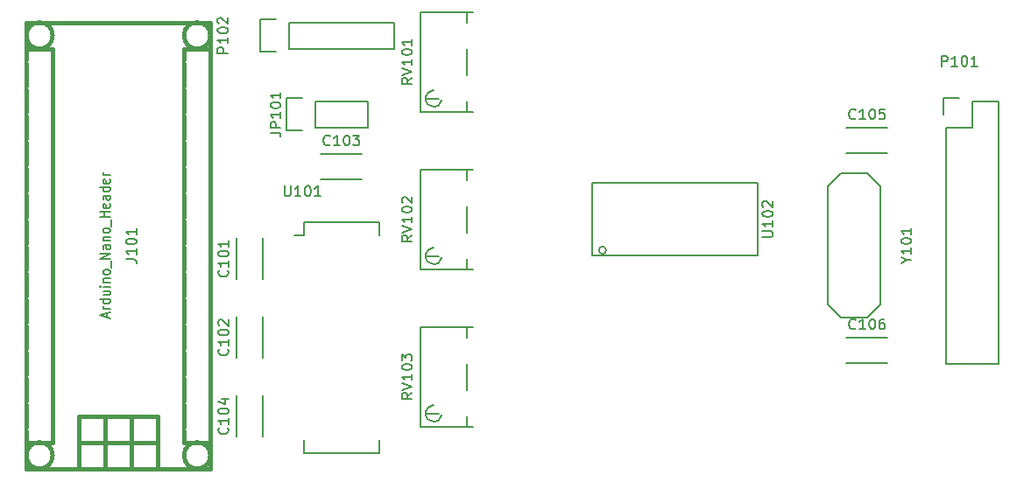
<source format=gto>
G04 #@! TF.FileFunction,Legend,Top*
%FSLAX46Y46*%
G04 Gerber Fmt 4.6, Leading zero omitted, Abs format (unit mm)*
G04 Created by KiCad (PCBNEW 4.0.5) date 12/27/16 23:39:24*
%MOMM*%
%LPD*%
G01*
G04 APERTURE LIST*
%ADD10C,0.100000*%
%ADD11C,0.150000*%
%ADD12C,0.381000*%
%ADD13C,0.203200*%
%ADD14R,1.200000X1.200000*%
%ADD15C,1.200000*%
%ADD16O,2.199640X1.524000*%
%ADD17O,2.197100X1.524000*%
%ADD18R,1.727200X2.032000*%
%ADD19O,1.727200X2.032000*%
%ADD20R,1.727200X1.727200*%
%ADD21O,1.727200X1.727200*%
%ADD22C,1.524000*%
%ADD23O,1.600000X1.600000*%
%ADD24R,0.550000X1.925000*%
%ADD25C,1.778000*%
G04 APERTURE END LIST*
D10*
D11*
X72410000Y-69330000D02*
X72410000Y-65330000D01*
X74910000Y-69330000D02*
X74910000Y-65330000D01*
X72410000Y-76950000D02*
X72410000Y-72950000D01*
X74910000Y-76950000D02*
X74910000Y-72950000D01*
X80530000Y-57170000D02*
X84530000Y-57170000D01*
X80530000Y-59670000D02*
X84530000Y-59670000D01*
X72410000Y-84570000D02*
X72410000Y-80570000D01*
X74910000Y-84570000D02*
X74910000Y-80570000D01*
X131330000Y-54630000D02*
X135330000Y-54630000D01*
X131330000Y-57130000D02*
X135330000Y-57130000D01*
X131330000Y-74950000D02*
X135330000Y-74950000D01*
X131330000Y-77450000D02*
X135330000Y-77450000D01*
D12*
X59690000Y-82550000D02*
X59690000Y-87630000D01*
X62230000Y-82550000D02*
X62230000Y-87630000D01*
X57150000Y-85090000D02*
X64770000Y-85090000D01*
X57150000Y-87630000D02*
X57150000Y-82550000D01*
X57150000Y-82550000D02*
X64770000Y-82550000D01*
X64770000Y-82550000D02*
X64770000Y-87630000D01*
X52070000Y-44450000D02*
X52070000Y-87630000D01*
X69850000Y-87630000D02*
X69850000Y-44450000D01*
X69850000Y-87630000D02*
X52070000Y-87630000D01*
X69850000Y-44450000D02*
X52070000Y-44450000D01*
X54610000Y-86360000D02*
G75*
G03X54610000Y-86360000I-1270000J0D01*
G01*
X69850000Y-86360000D02*
G75*
G03X69850000Y-86360000I-1270000J0D01*
G01*
X54610000Y-45720000D02*
G75*
G03X54610000Y-45720000I-1270000J0D01*
G01*
X69850000Y-45720000D02*
G75*
G03X69850000Y-45720000I-1270000J0D01*
G01*
X54610000Y-46990000D02*
X54610000Y-85090000D01*
X67310000Y-85090000D02*
X67310000Y-46990000D01*
X69850000Y-46990000D02*
X67310000Y-46990000D01*
X54610000Y-46990000D02*
X52070000Y-46990000D01*
X52070000Y-85090000D02*
X54610000Y-85090000D01*
X69850000Y-85090000D02*
X67310000Y-85090000D01*
D11*
X80010000Y-54610000D02*
X85090000Y-54610000D01*
X85090000Y-54610000D02*
X85090000Y-52070000D01*
X85090000Y-52070000D02*
X80010000Y-52070000D01*
X77190000Y-51790000D02*
X78740000Y-51790000D01*
X80010000Y-52070000D02*
X80010000Y-54610000D01*
X78740000Y-54890000D02*
X77190000Y-54890000D01*
X77190000Y-54890000D02*
X77190000Y-51790000D01*
X146050000Y-77470000D02*
X146050000Y-52070000D01*
X140970000Y-54610000D02*
X140970000Y-77470000D01*
X146050000Y-77470000D02*
X140970000Y-77470000D01*
X146050000Y-52070000D02*
X143510000Y-52070000D01*
X142240000Y-51790000D02*
X140690000Y-51790000D01*
X143510000Y-52070000D02*
X143510000Y-54610000D01*
X143510000Y-54610000D02*
X140970000Y-54610000D01*
X140690000Y-51790000D02*
X140690000Y-53340000D01*
X76200000Y-47270000D02*
X74650000Y-47270000D01*
X74650000Y-47270000D02*
X74650000Y-44170000D01*
X74650000Y-44170000D02*
X76200000Y-44170000D01*
X77470000Y-44450000D02*
X87630000Y-44450000D01*
X87630000Y-44450000D02*
X87630000Y-46990000D01*
X87630000Y-46990000D02*
X77470000Y-46990000D01*
X77470000Y-44450000D02*
X77470000Y-46990000D01*
X94615000Y-52070000D02*
X94615000Y-53086000D01*
X94615000Y-46990000D02*
X94615000Y-49530000D01*
X94615000Y-43434000D02*
X94615000Y-44450000D01*
X90678000Y-51816000D02*
X91948000Y-51816000D01*
X91427300Y-51028600D02*
X91173300Y-51066700D01*
X91173300Y-51066700D02*
X90893900Y-51244500D01*
X90893900Y-51244500D02*
X90678000Y-51562000D01*
X90678000Y-51562000D02*
X90665300Y-52006500D01*
X90665300Y-52006500D02*
X90868500Y-52362100D01*
X90868500Y-52362100D02*
X91160600Y-52539900D01*
X91160600Y-52539900D02*
X91478100Y-52590700D01*
X91478100Y-52590700D02*
X91884500Y-52489100D01*
X91884500Y-52489100D02*
X92138500Y-52146200D01*
X92138500Y-52146200D02*
X92227400Y-51968400D01*
X91440000Y-53086000D02*
X90170000Y-53086000D01*
X90170000Y-53086000D02*
X90170000Y-43434000D01*
X90170000Y-43434000D02*
X95250000Y-43434000D01*
X95250000Y-53086000D02*
X92710000Y-53086000D01*
X92710000Y-53086000D02*
X91440000Y-53086000D01*
X94615000Y-67310000D02*
X94615000Y-68326000D01*
X94615000Y-62230000D02*
X94615000Y-64770000D01*
X94615000Y-58674000D02*
X94615000Y-59690000D01*
X90678000Y-67056000D02*
X91948000Y-67056000D01*
X91427300Y-66268600D02*
X91173300Y-66306700D01*
X91173300Y-66306700D02*
X90893900Y-66484500D01*
X90893900Y-66484500D02*
X90678000Y-66802000D01*
X90678000Y-66802000D02*
X90665300Y-67246500D01*
X90665300Y-67246500D02*
X90868500Y-67602100D01*
X90868500Y-67602100D02*
X91160600Y-67779900D01*
X91160600Y-67779900D02*
X91478100Y-67830700D01*
X91478100Y-67830700D02*
X91884500Y-67729100D01*
X91884500Y-67729100D02*
X92138500Y-67386200D01*
X92138500Y-67386200D02*
X92227400Y-67208400D01*
X91440000Y-68326000D02*
X90170000Y-68326000D01*
X90170000Y-68326000D02*
X90170000Y-58674000D01*
X90170000Y-58674000D02*
X95250000Y-58674000D01*
X95250000Y-68326000D02*
X92710000Y-68326000D01*
X92710000Y-68326000D02*
X91440000Y-68326000D01*
X94615000Y-82550000D02*
X94615000Y-83566000D01*
X94615000Y-77470000D02*
X94615000Y-80010000D01*
X94615000Y-73914000D02*
X94615000Y-74930000D01*
X90678000Y-82296000D02*
X91948000Y-82296000D01*
X91427300Y-81508600D02*
X91173300Y-81546700D01*
X91173300Y-81546700D02*
X90893900Y-81724500D01*
X90893900Y-81724500D02*
X90678000Y-82042000D01*
X90678000Y-82042000D02*
X90665300Y-82486500D01*
X90665300Y-82486500D02*
X90868500Y-82842100D01*
X90868500Y-82842100D02*
X91160600Y-83019900D01*
X91160600Y-83019900D02*
X91478100Y-83070700D01*
X91478100Y-83070700D02*
X91884500Y-82969100D01*
X91884500Y-82969100D02*
X92138500Y-82626200D01*
X92138500Y-82626200D02*
X92227400Y-82448400D01*
X91440000Y-83566000D02*
X90170000Y-83566000D01*
X90170000Y-83566000D02*
X90170000Y-73914000D01*
X90170000Y-73914000D02*
X95250000Y-73914000D01*
X95250000Y-83566000D02*
X92710000Y-83566000D01*
X92710000Y-83566000D02*
X91440000Y-83566000D01*
X78875000Y-63745000D02*
X78875000Y-65015000D01*
X86225000Y-63745000D02*
X86225000Y-65015000D01*
X86225000Y-86115000D02*
X86225000Y-84845000D01*
X78875000Y-86115000D02*
X78875000Y-84845000D01*
X78875000Y-63745000D02*
X86225000Y-63745000D01*
X78875000Y-86115000D02*
X86225000Y-86115000D01*
X78875000Y-65015000D02*
X77940000Y-65015000D01*
X108113553Y-66500000D02*
G75*
G03X108113553Y-66500000I-353553J0D01*
G01*
X122260000Y-60000000D02*
X122760000Y-60000000D01*
X122760000Y-60000000D02*
X122760000Y-67000000D01*
X122760000Y-67000000D02*
X106760000Y-67000000D01*
X106760000Y-67000000D02*
X106760000Y-60000000D01*
X106760000Y-60000000D02*
X122260000Y-60000000D01*
X133350000Y-59055000D02*
X134620000Y-60325000D01*
X134620000Y-71755000D02*
X133350000Y-73025000D01*
X130810000Y-73025000D02*
X129540000Y-71755000D01*
X130810000Y-59055000D02*
X129540000Y-60325000D01*
X134620000Y-60325000D02*
X134620000Y-71755000D01*
X133350000Y-59055000D02*
X130810000Y-59055000D01*
X129540000Y-60325000D02*
X129540000Y-71755000D01*
X130810000Y-73025000D02*
X133350000Y-73025000D01*
X71517143Y-68449047D02*
X71564762Y-68496666D01*
X71612381Y-68639523D01*
X71612381Y-68734761D01*
X71564762Y-68877619D01*
X71469524Y-68972857D01*
X71374286Y-69020476D01*
X71183810Y-69068095D01*
X71040952Y-69068095D01*
X70850476Y-69020476D01*
X70755238Y-68972857D01*
X70660000Y-68877619D01*
X70612381Y-68734761D01*
X70612381Y-68639523D01*
X70660000Y-68496666D01*
X70707619Y-68449047D01*
X71612381Y-67496666D02*
X71612381Y-68068095D01*
X71612381Y-67782381D02*
X70612381Y-67782381D01*
X70755238Y-67877619D01*
X70850476Y-67972857D01*
X70898095Y-68068095D01*
X70612381Y-66877619D02*
X70612381Y-66782380D01*
X70660000Y-66687142D01*
X70707619Y-66639523D01*
X70802857Y-66591904D01*
X70993333Y-66544285D01*
X71231429Y-66544285D01*
X71421905Y-66591904D01*
X71517143Y-66639523D01*
X71564762Y-66687142D01*
X71612381Y-66782380D01*
X71612381Y-66877619D01*
X71564762Y-66972857D01*
X71517143Y-67020476D01*
X71421905Y-67068095D01*
X71231429Y-67115714D01*
X70993333Y-67115714D01*
X70802857Y-67068095D01*
X70707619Y-67020476D01*
X70660000Y-66972857D01*
X70612381Y-66877619D01*
X71612381Y-65591904D02*
X71612381Y-66163333D01*
X71612381Y-65877619D02*
X70612381Y-65877619D01*
X70755238Y-65972857D01*
X70850476Y-66068095D01*
X70898095Y-66163333D01*
X71517143Y-76069047D02*
X71564762Y-76116666D01*
X71612381Y-76259523D01*
X71612381Y-76354761D01*
X71564762Y-76497619D01*
X71469524Y-76592857D01*
X71374286Y-76640476D01*
X71183810Y-76688095D01*
X71040952Y-76688095D01*
X70850476Y-76640476D01*
X70755238Y-76592857D01*
X70660000Y-76497619D01*
X70612381Y-76354761D01*
X70612381Y-76259523D01*
X70660000Y-76116666D01*
X70707619Y-76069047D01*
X71612381Y-75116666D02*
X71612381Y-75688095D01*
X71612381Y-75402381D02*
X70612381Y-75402381D01*
X70755238Y-75497619D01*
X70850476Y-75592857D01*
X70898095Y-75688095D01*
X70612381Y-74497619D02*
X70612381Y-74402380D01*
X70660000Y-74307142D01*
X70707619Y-74259523D01*
X70802857Y-74211904D01*
X70993333Y-74164285D01*
X71231429Y-74164285D01*
X71421905Y-74211904D01*
X71517143Y-74259523D01*
X71564762Y-74307142D01*
X71612381Y-74402380D01*
X71612381Y-74497619D01*
X71564762Y-74592857D01*
X71517143Y-74640476D01*
X71421905Y-74688095D01*
X71231429Y-74735714D01*
X70993333Y-74735714D01*
X70802857Y-74688095D01*
X70707619Y-74640476D01*
X70660000Y-74592857D01*
X70612381Y-74497619D01*
X70707619Y-73783333D02*
X70660000Y-73735714D01*
X70612381Y-73640476D01*
X70612381Y-73402380D01*
X70660000Y-73307142D01*
X70707619Y-73259523D01*
X70802857Y-73211904D01*
X70898095Y-73211904D01*
X71040952Y-73259523D01*
X71612381Y-73830952D01*
X71612381Y-73211904D01*
X81410953Y-56277143D02*
X81363334Y-56324762D01*
X81220477Y-56372381D01*
X81125239Y-56372381D01*
X80982381Y-56324762D01*
X80887143Y-56229524D01*
X80839524Y-56134286D01*
X80791905Y-55943810D01*
X80791905Y-55800952D01*
X80839524Y-55610476D01*
X80887143Y-55515238D01*
X80982381Y-55420000D01*
X81125239Y-55372381D01*
X81220477Y-55372381D01*
X81363334Y-55420000D01*
X81410953Y-55467619D01*
X82363334Y-56372381D02*
X81791905Y-56372381D01*
X82077619Y-56372381D02*
X82077619Y-55372381D01*
X81982381Y-55515238D01*
X81887143Y-55610476D01*
X81791905Y-55658095D01*
X82982381Y-55372381D02*
X83077620Y-55372381D01*
X83172858Y-55420000D01*
X83220477Y-55467619D01*
X83268096Y-55562857D01*
X83315715Y-55753333D01*
X83315715Y-55991429D01*
X83268096Y-56181905D01*
X83220477Y-56277143D01*
X83172858Y-56324762D01*
X83077620Y-56372381D01*
X82982381Y-56372381D01*
X82887143Y-56324762D01*
X82839524Y-56277143D01*
X82791905Y-56181905D01*
X82744286Y-55991429D01*
X82744286Y-55753333D01*
X82791905Y-55562857D01*
X82839524Y-55467619D01*
X82887143Y-55420000D01*
X82982381Y-55372381D01*
X83649048Y-55372381D02*
X84268096Y-55372381D01*
X83934762Y-55753333D01*
X84077620Y-55753333D01*
X84172858Y-55800952D01*
X84220477Y-55848571D01*
X84268096Y-55943810D01*
X84268096Y-56181905D01*
X84220477Y-56277143D01*
X84172858Y-56324762D01*
X84077620Y-56372381D01*
X83791905Y-56372381D01*
X83696667Y-56324762D01*
X83649048Y-56277143D01*
X71517143Y-83689047D02*
X71564762Y-83736666D01*
X71612381Y-83879523D01*
X71612381Y-83974761D01*
X71564762Y-84117619D01*
X71469524Y-84212857D01*
X71374286Y-84260476D01*
X71183810Y-84308095D01*
X71040952Y-84308095D01*
X70850476Y-84260476D01*
X70755238Y-84212857D01*
X70660000Y-84117619D01*
X70612381Y-83974761D01*
X70612381Y-83879523D01*
X70660000Y-83736666D01*
X70707619Y-83689047D01*
X71612381Y-82736666D02*
X71612381Y-83308095D01*
X71612381Y-83022381D02*
X70612381Y-83022381D01*
X70755238Y-83117619D01*
X70850476Y-83212857D01*
X70898095Y-83308095D01*
X70612381Y-82117619D02*
X70612381Y-82022380D01*
X70660000Y-81927142D01*
X70707619Y-81879523D01*
X70802857Y-81831904D01*
X70993333Y-81784285D01*
X71231429Y-81784285D01*
X71421905Y-81831904D01*
X71517143Y-81879523D01*
X71564762Y-81927142D01*
X71612381Y-82022380D01*
X71612381Y-82117619D01*
X71564762Y-82212857D01*
X71517143Y-82260476D01*
X71421905Y-82308095D01*
X71231429Y-82355714D01*
X70993333Y-82355714D01*
X70802857Y-82308095D01*
X70707619Y-82260476D01*
X70660000Y-82212857D01*
X70612381Y-82117619D01*
X70945714Y-80927142D02*
X71612381Y-80927142D01*
X70564762Y-81165238D02*
X71279048Y-81403333D01*
X71279048Y-80784285D01*
X132210953Y-53737143D02*
X132163334Y-53784762D01*
X132020477Y-53832381D01*
X131925239Y-53832381D01*
X131782381Y-53784762D01*
X131687143Y-53689524D01*
X131639524Y-53594286D01*
X131591905Y-53403810D01*
X131591905Y-53260952D01*
X131639524Y-53070476D01*
X131687143Y-52975238D01*
X131782381Y-52880000D01*
X131925239Y-52832381D01*
X132020477Y-52832381D01*
X132163334Y-52880000D01*
X132210953Y-52927619D01*
X133163334Y-53832381D02*
X132591905Y-53832381D01*
X132877619Y-53832381D02*
X132877619Y-52832381D01*
X132782381Y-52975238D01*
X132687143Y-53070476D01*
X132591905Y-53118095D01*
X133782381Y-52832381D02*
X133877620Y-52832381D01*
X133972858Y-52880000D01*
X134020477Y-52927619D01*
X134068096Y-53022857D01*
X134115715Y-53213333D01*
X134115715Y-53451429D01*
X134068096Y-53641905D01*
X134020477Y-53737143D01*
X133972858Y-53784762D01*
X133877620Y-53832381D01*
X133782381Y-53832381D01*
X133687143Y-53784762D01*
X133639524Y-53737143D01*
X133591905Y-53641905D01*
X133544286Y-53451429D01*
X133544286Y-53213333D01*
X133591905Y-53022857D01*
X133639524Y-52927619D01*
X133687143Y-52880000D01*
X133782381Y-52832381D01*
X135020477Y-52832381D02*
X134544286Y-52832381D01*
X134496667Y-53308571D01*
X134544286Y-53260952D01*
X134639524Y-53213333D01*
X134877620Y-53213333D01*
X134972858Y-53260952D01*
X135020477Y-53308571D01*
X135068096Y-53403810D01*
X135068096Y-53641905D01*
X135020477Y-53737143D01*
X134972858Y-53784762D01*
X134877620Y-53832381D01*
X134639524Y-53832381D01*
X134544286Y-53784762D01*
X134496667Y-53737143D01*
X132210953Y-74057143D02*
X132163334Y-74104762D01*
X132020477Y-74152381D01*
X131925239Y-74152381D01*
X131782381Y-74104762D01*
X131687143Y-74009524D01*
X131639524Y-73914286D01*
X131591905Y-73723810D01*
X131591905Y-73580952D01*
X131639524Y-73390476D01*
X131687143Y-73295238D01*
X131782381Y-73200000D01*
X131925239Y-73152381D01*
X132020477Y-73152381D01*
X132163334Y-73200000D01*
X132210953Y-73247619D01*
X133163334Y-74152381D02*
X132591905Y-74152381D01*
X132877619Y-74152381D02*
X132877619Y-73152381D01*
X132782381Y-73295238D01*
X132687143Y-73390476D01*
X132591905Y-73438095D01*
X133782381Y-73152381D02*
X133877620Y-73152381D01*
X133972858Y-73200000D01*
X134020477Y-73247619D01*
X134068096Y-73342857D01*
X134115715Y-73533333D01*
X134115715Y-73771429D01*
X134068096Y-73961905D01*
X134020477Y-74057143D01*
X133972858Y-74104762D01*
X133877620Y-74152381D01*
X133782381Y-74152381D01*
X133687143Y-74104762D01*
X133639524Y-74057143D01*
X133591905Y-73961905D01*
X133544286Y-73771429D01*
X133544286Y-73533333D01*
X133591905Y-73342857D01*
X133639524Y-73247619D01*
X133687143Y-73200000D01*
X133782381Y-73152381D01*
X134972858Y-73152381D02*
X134782381Y-73152381D01*
X134687143Y-73200000D01*
X134639524Y-73247619D01*
X134544286Y-73390476D01*
X134496667Y-73580952D01*
X134496667Y-73961905D01*
X134544286Y-74057143D01*
X134591905Y-74104762D01*
X134687143Y-74152381D01*
X134877620Y-74152381D01*
X134972858Y-74104762D01*
X135020477Y-74057143D01*
X135068096Y-73961905D01*
X135068096Y-73723810D01*
X135020477Y-73628571D01*
X134972858Y-73580952D01*
X134877620Y-73533333D01*
X134687143Y-73533333D01*
X134591905Y-73580952D01*
X134544286Y-73628571D01*
X134496667Y-73723810D01*
D13*
X61673619Y-67346286D02*
X62399333Y-67346286D01*
X62544476Y-67394666D01*
X62641238Y-67491428D01*
X62689619Y-67636571D01*
X62689619Y-67733333D01*
X62689619Y-66330286D02*
X62689619Y-66910857D01*
X62689619Y-66620571D02*
X61673619Y-66620571D01*
X61818762Y-66717333D01*
X61915524Y-66814095D01*
X61963905Y-66910857D01*
X61673619Y-65701333D02*
X61673619Y-65604572D01*
X61722000Y-65507810D01*
X61770381Y-65459429D01*
X61867143Y-65411048D01*
X62060667Y-65362667D01*
X62302571Y-65362667D01*
X62496095Y-65411048D01*
X62592857Y-65459429D01*
X62641238Y-65507810D01*
X62689619Y-65604572D01*
X62689619Y-65701333D01*
X62641238Y-65798095D01*
X62592857Y-65846476D01*
X62496095Y-65894857D01*
X62302571Y-65943238D01*
X62060667Y-65943238D01*
X61867143Y-65894857D01*
X61770381Y-65846476D01*
X61722000Y-65798095D01*
X61673619Y-65701333D01*
X62689619Y-64395048D02*
X62689619Y-64975619D01*
X62689619Y-64685333D02*
X61673619Y-64685333D01*
X61818762Y-64782095D01*
X61915524Y-64878857D01*
X61963905Y-64975619D01*
X59859333Y-73003831D02*
X59859333Y-72580497D01*
X60149619Y-73088497D02*
X59133619Y-72792164D01*
X60149619Y-72495831D01*
X60149619Y-72199497D02*
X59472286Y-72199497D01*
X59665810Y-72199497D02*
X59569048Y-72157164D01*
X59520667Y-72114831D01*
X59472286Y-72030164D01*
X59472286Y-71945497D01*
X60149619Y-71268164D02*
X59133619Y-71268164D01*
X60101238Y-71268164D02*
X60149619Y-71352831D01*
X60149619Y-71522164D01*
X60101238Y-71606831D01*
X60052857Y-71649164D01*
X59956095Y-71691498D01*
X59665810Y-71691498D01*
X59569048Y-71649164D01*
X59520667Y-71606831D01*
X59472286Y-71522164D01*
X59472286Y-71352831D01*
X59520667Y-71268164D01*
X59472286Y-70463831D02*
X60149619Y-70463831D01*
X59472286Y-70844831D02*
X60004476Y-70844831D01*
X60101238Y-70802498D01*
X60149619Y-70717831D01*
X60149619Y-70590831D01*
X60101238Y-70506165D01*
X60052857Y-70463831D01*
X60149619Y-70040498D02*
X59472286Y-70040498D01*
X59133619Y-70040498D02*
X59182000Y-70082832D01*
X59230381Y-70040498D01*
X59182000Y-69998165D01*
X59133619Y-70040498D01*
X59230381Y-70040498D01*
X59472286Y-69617165D02*
X60149619Y-69617165D01*
X59569048Y-69617165D02*
X59520667Y-69574832D01*
X59472286Y-69490165D01*
X59472286Y-69363165D01*
X59520667Y-69278499D01*
X59617429Y-69236165D01*
X60149619Y-69236165D01*
X60149619Y-68685832D02*
X60101238Y-68770499D01*
X60052857Y-68812832D01*
X59956095Y-68855166D01*
X59665810Y-68855166D01*
X59569048Y-68812832D01*
X59520667Y-68770499D01*
X59472286Y-68685832D01*
X59472286Y-68558832D01*
X59520667Y-68474166D01*
X59569048Y-68431832D01*
X59665810Y-68389499D01*
X59956095Y-68389499D01*
X60052857Y-68431832D01*
X60101238Y-68474166D01*
X60149619Y-68558832D01*
X60149619Y-68685832D01*
X60246381Y-68220166D02*
X60246381Y-67542833D01*
X60149619Y-67331166D02*
X59133619Y-67331166D01*
X60149619Y-66823166D01*
X59133619Y-66823166D01*
X60149619Y-66018833D02*
X59617429Y-66018833D01*
X59520667Y-66061167D01*
X59472286Y-66145833D01*
X59472286Y-66315167D01*
X59520667Y-66399833D01*
X60101238Y-66018833D02*
X60149619Y-66103500D01*
X60149619Y-66315167D01*
X60101238Y-66399833D01*
X60004476Y-66442167D01*
X59907714Y-66442167D01*
X59810952Y-66399833D01*
X59762571Y-66315167D01*
X59762571Y-66103500D01*
X59714190Y-66018833D01*
X59472286Y-65595500D02*
X60149619Y-65595500D01*
X59569048Y-65595500D02*
X59520667Y-65553167D01*
X59472286Y-65468500D01*
X59472286Y-65341500D01*
X59520667Y-65256834D01*
X59617429Y-65214500D01*
X60149619Y-65214500D01*
X60149619Y-64664167D02*
X60101238Y-64748834D01*
X60052857Y-64791167D01*
X59956095Y-64833501D01*
X59665810Y-64833501D01*
X59569048Y-64791167D01*
X59520667Y-64748834D01*
X59472286Y-64664167D01*
X59472286Y-64537167D01*
X59520667Y-64452501D01*
X59569048Y-64410167D01*
X59665810Y-64367834D01*
X59956095Y-64367834D01*
X60052857Y-64410167D01*
X60101238Y-64452501D01*
X60149619Y-64537167D01*
X60149619Y-64664167D01*
X60246381Y-64198501D02*
X60246381Y-63521168D01*
X60149619Y-63309501D02*
X59133619Y-63309501D01*
X59617429Y-63309501D02*
X59617429Y-62801501D01*
X60149619Y-62801501D02*
X59133619Y-62801501D01*
X60101238Y-62039502D02*
X60149619Y-62124168D01*
X60149619Y-62293502D01*
X60101238Y-62378168D01*
X60004476Y-62420502D01*
X59617429Y-62420502D01*
X59520667Y-62378168D01*
X59472286Y-62293502D01*
X59472286Y-62124168D01*
X59520667Y-62039502D01*
X59617429Y-61997168D01*
X59714190Y-61997168D01*
X59810952Y-62420502D01*
X60149619Y-61235168D02*
X59617429Y-61235168D01*
X59520667Y-61277502D01*
X59472286Y-61362168D01*
X59472286Y-61531502D01*
X59520667Y-61616168D01*
X60101238Y-61235168D02*
X60149619Y-61319835D01*
X60149619Y-61531502D01*
X60101238Y-61616168D01*
X60004476Y-61658502D01*
X59907714Y-61658502D01*
X59810952Y-61616168D01*
X59762571Y-61531502D01*
X59762571Y-61319835D01*
X59714190Y-61235168D01*
X60149619Y-60430835D02*
X59133619Y-60430835D01*
X60101238Y-60430835D02*
X60149619Y-60515502D01*
X60149619Y-60684835D01*
X60101238Y-60769502D01*
X60052857Y-60811835D01*
X59956095Y-60854169D01*
X59665810Y-60854169D01*
X59569048Y-60811835D01*
X59520667Y-60769502D01*
X59472286Y-60684835D01*
X59472286Y-60515502D01*
X59520667Y-60430835D01*
X60101238Y-59668836D02*
X60149619Y-59753502D01*
X60149619Y-59922836D01*
X60101238Y-60007502D01*
X60004476Y-60049836D01*
X59617429Y-60049836D01*
X59520667Y-60007502D01*
X59472286Y-59922836D01*
X59472286Y-59753502D01*
X59520667Y-59668836D01*
X59617429Y-59626502D01*
X59714190Y-59626502D01*
X59810952Y-60049836D01*
X60149619Y-59245502D02*
X59472286Y-59245502D01*
X59665810Y-59245502D02*
X59569048Y-59203169D01*
X59520667Y-59160836D01*
X59472286Y-59076169D01*
X59472286Y-58991502D01*
D11*
X75652381Y-55125714D02*
X76366667Y-55125714D01*
X76509524Y-55173334D01*
X76604762Y-55268572D01*
X76652381Y-55411429D01*
X76652381Y-55506667D01*
X76652381Y-54649524D02*
X75652381Y-54649524D01*
X75652381Y-54268571D01*
X75700000Y-54173333D01*
X75747619Y-54125714D01*
X75842857Y-54078095D01*
X75985714Y-54078095D01*
X76080952Y-54125714D01*
X76128571Y-54173333D01*
X76176190Y-54268571D01*
X76176190Y-54649524D01*
X76652381Y-53125714D02*
X76652381Y-53697143D01*
X76652381Y-53411429D02*
X75652381Y-53411429D01*
X75795238Y-53506667D01*
X75890476Y-53601905D01*
X75938095Y-53697143D01*
X75652381Y-52506667D02*
X75652381Y-52411428D01*
X75700000Y-52316190D01*
X75747619Y-52268571D01*
X75842857Y-52220952D01*
X76033333Y-52173333D01*
X76271429Y-52173333D01*
X76461905Y-52220952D01*
X76557143Y-52268571D01*
X76604762Y-52316190D01*
X76652381Y-52411428D01*
X76652381Y-52506667D01*
X76604762Y-52601905D01*
X76557143Y-52649524D01*
X76461905Y-52697143D01*
X76271429Y-52744762D01*
X76033333Y-52744762D01*
X75842857Y-52697143D01*
X75747619Y-52649524D01*
X75700000Y-52601905D01*
X75652381Y-52506667D01*
X76652381Y-51220952D02*
X76652381Y-51792381D01*
X76652381Y-51506667D02*
X75652381Y-51506667D01*
X75795238Y-51601905D01*
X75890476Y-51697143D01*
X75938095Y-51792381D01*
X140549524Y-48692381D02*
X140549524Y-47692381D01*
X140930477Y-47692381D01*
X141025715Y-47740000D01*
X141073334Y-47787619D01*
X141120953Y-47882857D01*
X141120953Y-48025714D01*
X141073334Y-48120952D01*
X141025715Y-48168571D01*
X140930477Y-48216190D01*
X140549524Y-48216190D01*
X142073334Y-48692381D02*
X141501905Y-48692381D01*
X141787619Y-48692381D02*
X141787619Y-47692381D01*
X141692381Y-47835238D01*
X141597143Y-47930476D01*
X141501905Y-47978095D01*
X142692381Y-47692381D02*
X142787620Y-47692381D01*
X142882858Y-47740000D01*
X142930477Y-47787619D01*
X142978096Y-47882857D01*
X143025715Y-48073333D01*
X143025715Y-48311429D01*
X142978096Y-48501905D01*
X142930477Y-48597143D01*
X142882858Y-48644762D01*
X142787620Y-48692381D01*
X142692381Y-48692381D01*
X142597143Y-48644762D01*
X142549524Y-48597143D01*
X142501905Y-48501905D01*
X142454286Y-48311429D01*
X142454286Y-48073333D01*
X142501905Y-47882857D01*
X142549524Y-47787619D01*
X142597143Y-47740000D01*
X142692381Y-47692381D01*
X143978096Y-48692381D02*
X143406667Y-48692381D01*
X143692381Y-48692381D02*
X143692381Y-47692381D01*
X143597143Y-47835238D01*
X143501905Y-47930476D01*
X143406667Y-47978095D01*
X71552381Y-47410476D02*
X70552381Y-47410476D01*
X70552381Y-47029523D01*
X70600000Y-46934285D01*
X70647619Y-46886666D01*
X70742857Y-46839047D01*
X70885714Y-46839047D01*
X70980952Y-46886666D01*
X71028571Y-46934285D01*
X71076190Y-47029523D01*
X71076190Y-47410476D01*
X71552381Y-45886666D02*
X71552381Y-46458095D01*
X71552381Y-46172381D02*
X70552381Y-46172381D01*
X70695238Y-46267619D01*
X70790476Y-46362857D01*
X70838095Y-46458095D01*
X70552381Y-45267619D02*
X70552381Y-45172380D01*
X70600000Y-45077142D01*
X70647619Y-45029523D01*
X70742857Y-44981904D01*
X70933333Y-44934285D01*
X71171429Y-44934285D01*
X71361905Y-44981904D01*
X71457143Y-45029523D01*
X71504762Y-45077142D01*
X71552381Y-45172380D01*
X71552381Y-45267619D01*
X71504762Y-45362857D01*
X71457143Y-45410476D01*
X71361905Y-45458095D01*
X71171429Y-45505714D01*
X70933333Y-45505714D01*
X70742857Y-45458095D01*
X70647619Y-45410476D01*
X70600000Y-45362857D01*
X70552381Y-45267619D01*
X70647619Y-44553333D02*
X70600000Y-44505714D01*
X70552381Y-44410476D01*
X70552381Y-44172380D01*
X70600000Y-44077142D01*
X70647619Y-44029523D01*
X70742857Y-43981904D01*
X70838095Y-43981904D01*
X70980952Y-44029523D01*
X71552381Y-44600952D01*
X71552381Y-43981904D01*
X89352381Y-49807619D02*
X88876190Y-50140953D01*
X89352381Y-50379048D02*
X88352381Y-50379048D01*
X88352381Y-49998095D01*
X88400000Y-49902857D01*
X88447619Y-49855238D01*
X88542857Y-49807619D01*
X88685714Y-49807619D01*
X88780952Y-49855238D01*
X88828571Y-49902857D01*
X88876190Y-49998095D01*
X88876190Y-50379048D01*
X88352381Y-49521905D02*
X89352381Y-49188572D01*
X88352381Y-48855238D01*
X89352381Y-47998095D02*
X89352381Y-48569524D01*
X89352381Y-48283810D02*
X88352381Y-48283810D01*
X88495238Y-48379048D01*
X88590476Y-48474286D01*
X88638095Y-48569524D01*
X88352381Y-47379048D02*
X88352381Y-47283809D01*
X88400000Y-47188571D01*
X88447619Y-47140952D01*
X88542857Y-47093333D01*
X88733333Y-47045714D01*
X88971429Y-47045714D01*
X89161905Y-47093333D01*
X89257143Y-47140952D01*
X89304762Y-47188571D01*
X89352381Y-47283809D01*
X89352381Y-47379048D01*
X89304762Y-47474286D01*
X89257143Y-47521905D01*
X89161905Y-47569524D01*
X88971429Y-47617143D01*
X88733333Y-47617143D01*
X88542857Y-47569524D01*
X88447619Y-47521905D01*
X88400000Y-47474286D01*
X88352381Y-47379048D01*
X89352381Y-46093333D02*
X89352381Y-46664762D01*
X89352381Y-46379048D02*
X88352381Y-46379048D01*
X88495238Y-46474286D01*
X88590476Y-46569524D01*
X88638095Y-46664762D01*
X89352381Y-65047619D02*
X88876190Y-65380953D01*
X89352381Y-65619048D02*
X88352381Y-65619048D01*
X88352381Y-65238095D01*
X88400000Y-65142857D01*
X88447619Y-65095238D01*
X88542857Y-65047619D01*
X88685714Y-65047619D01*
X88780952Y-65095238D01*
X88828571Y-65142857D01*
X88876190Y-65238095D01*
X88876190Y-65619048D01*
X88352381Y-64761905D02*
X89352381Y-64428572D01*
X88352381Y-64095238D01*
X89352381Y-63238095D02*
X89352381Y-63809524D01*
X89352381Y-63523810D02*
X88352381Y-63523810D01*
X88495238Y-63619048D01*
X88590476Y-63714286D01*
X88638095Y-63809524D01*
X88352381Y-62619048D02*
X88352381Y-62523809D01*
X88400000Y-62428571D01*
X88447619Y-62380952D01*
X88542857Y-62333333D01*
X88733333Y-62285714D01*
X88971429Y-62285714D01*
X89161905Y-62333333D01*
X89257143Y-62380952D01*
X89304762Y-62428571D01*
X89352381Y-62523809D01*
X89352381Y-62619048D01*
X89304762Y-62714286D01*
X89257143Y-62761905D01*
X89161905Y-62809524D01*
X88971429Y-62857143D01*
X88733333Y-62857143D01*
X88542857Y-62809524D01*
X88447619Y-62761905D01*
X88400000Y-62714286D01*
X88352381Y-62619048D01*
X88447619Y-61904762D02*
X88400000Y-61857143D01*
X88352381Y-61761905D01*
X88352381Y-61523809D01*
X88400000Y-61428571D01*
X88447619Y-61380952D01*
X88542857Y-61333333D01*
X88638095Y-61333333D01*
X88780952Y-61380952D01*
X89352381Y-61952381D01*
X89352381Y-61333333D01*
X89352381Y-80287619D02*
X88876190Y-80620953D01*
X89352381Y-80859048D02*
X88352381Y-80859048D01*
X88352381Y-80478095D01*
X88400000Y-80382857D01*
X88447619Y-80335238D01*
X88542857Y-80287619D01*
X88685714Y-80287619D01*
X88780952Y-80335238D01*
X88828571Y-80382857D01*
X88876190Y-80478095D01*
X88876190Y-80859048D01*
X88352381Y-80001905D02*
X89352381Y-79668572D01*
X88352381Y-79335238D01*
X89352381Y-78478095D02*
X89352381Y-79049524D01*
X89352381Y-78763810D02*
X88352381Y-78763810D01*
X88495238Y-78859048D01*
X88590476Y-78954286D01*
X88638095Y-79049524D01*
X88352381Y-77859048D02*
X88352381Y-77763809D01*
X88400000Y-77668571D01*
X88447619Y-77620952D01*
X88542857Y-77573333D01*
X88733333Y-77525714D01*
X88971429Y-77525714D01*
X89161905Y-77573333D01*
X89257143Y-77620952D01*
X89304762Y-77668571D01*
X89352381Y-77763809D01*
X89352381Y-77859048D01*
X89304762Y-77954286D01*
X89257143Y-78001905D01*
X89161905Y-78049524D01*
X88971429Y-78097143D01*
X88733333Y-78097143D01*
X88542857Y-78049524D01*
X88447619Y-78001905D01*
X88400000Y-77954286D01*
X88352381Y-77859048D01*
X88352381Y-77192381D02*
X88352381Y-76573333D01*
X88733333Y-76906667D01*
X88733333Y-76763809D01*
X88780952Y-76668571D01*
X88828571Y-76620952D01*
X88923810Y-76573333D01*
X89161905Y-76573333D01*
X89257143Y-76620952D01*
X89304762Y-76668571D01*
X89352381Y-76763809D01*
X89352381Y-77049524D01*
X89304762Y-77144762D01*
X89257143Y-77192381D01*
X77025714Y-60272381D02*
X77025714Y-61081905D01*
X77073333Y-61177143D01*
X77120952Y-61224762D01*
X77216190Y-61272381D01*
X77406667Y-61272381D01*
X77501905Y-61224762D01*
X77549524Y-61177143D01*
X77597143Y-61081905D01*
X77597143Y-60272381D01*
X78597143Y-61272381D02*
X78025714Y-61272381D01*
X78311428Y-61272381D02*
X78311428Y-60272381D01*
X78216190Y-60415238D01*
X78120952Y-60510476D01*
X78025714Y-60558095D01*
X79216190Y-60272381D02*
X79311429Y-60272381D01*
X79406667Y-60320000D01*
X79454286Y-60367619D01*
X79501905Y-60462857D01*
X79549524Y-60653333D01*
X79549524Y-60891429D01*
X79501905Y-61081905D01*
X79454286Y-61177143D01*
X79406667Y-61224762D01*
X79311429Y-61272381D01*
X79216190Y-61272381D01*
X79120952Y-61224762D01*
X79073333Y-61177143D01*
X79025714Y-61081905D01*
X78978095Y-60891429D01*
X78978095Y-60653333D01*
X79025714Y-60462857D01*
X79073333Y-60367619D01*
X79120952Y-60320000D01*
X79216190Y-60272381D01*
X80501905Y-61272381D02*
X79930476Y-61272381D01*
X80216190Y-61272381D02*
X80216190Y-60272381D01*
X80120952Y-60415238D01*
X80025714Y-60510476D01*
X79930476Y-60558095D01*
X123212381Y-65214286D02*
X124021905Y-65214286D01*
X124117143Y-65166667D01*
X124164762Y-65119048D01*
X124212381Y-65023810D01*
X124212381Y-64833333D01*
X124164762Y-64738095D01*
X124117143Y-64690476D01*
X124021905Y-64642857D01*
X123212381Y-64642857D01*
X124212381Y-63642857D02*
X124212381Y-64214286D01*
X124212381Y-63928572D02*
X123212381Y-63928572D01*
X123355238Y-64023810D01*
X123450476Y-64119048D01*
X123498095Y-64214286D01*
X123212381Y-63023810D02*
X123212381Y-62928571D01*
X123260000Y-62833333D01*
X123307619Y-62785714D01*
X123402857Y-62738095D01*
X123593333Y-62690476D01*
X123831429Y-62690476D01*
X124021905Y-62738095D01*
X124117143Y-62785714D01*
X124164762Y-62833333D01*
X124212381Y-62928571D01*
X124212381Y-63023810D01*
X124164762Y-63119048D01*
X124117143Y-63166667D01*
X124021905Y-63214286D01*
X123831429Y-63261905D01*
X123593333Y-63261905D01*
X123402857Y-63214286D01*
X123307619Y-63166667D01*
X123260000Y-63119048D01*
X123212381Y-63023810D01*
X123307619Y-62309524D02*
X123260000Y-62261905D01*
X123212381Y-62166667D01*
X123212381Y-61928571D01*
X123260000Y-61833333D01*
X123307619Y-61785714D01*
X123402857Y-61738095D01*
X123498095Y-61738095D01*
X123640952Y-61785714D01*
X124212381Y-62357143D01*
X124212381Y-61738095D01*
X137136190Y-67468572D02*
X137612381Y-67468572D01*
X136612381Y-67801905D02*
X137136190Y-67468572D01*
X136612381Y-67135238D01*
X137612381Y-66278095D02*
X137612381Y-66849524D01*
X137612381Y-66563810D02*
X136612381Y-66563810D01*
X136755238Y-66659048D01*
X136850476Y-66754286D01*
X136898095Y-66849524D01*
X136612381Y-65659048D02*
X136612381Y-65563809D01*
X136660000Y-65468571D01*
X136707619Y-65420952D01*
X136802857Y-65373333D01*
X136993333Y-65325714D01*
X137231429Y-65325714D01*
X137421905Y-65373333D01*
X137517143Y-65420952D01*
X137564762Y-65468571D01*
X137612381Y-65563809D01*
X137612381Y-65659048D01*
X137564762Y-65754286D01*
X137517143Y-65801905D01*
X137421905Y-65849524D01*
X137231429Y-65897143D01*
X136993333Y-65897143D01*
X136802857Y-65849524D01*
X136707619Y-65801905D01*
X136660000Y-65754286D01*
X136612381Y-65659048D01*
X137612381Y-64373333D02*
X137612381Y-64944762D01*
X137612381Y-64659048D02*
X136612381Y-64659048D01*
X136755238Y-64754286D01*
X136850476Y-64849524D01*
X136898095Y-64944762D01*
%LPC*%
D14*
X73660000Y-68580000D03*
D15*
X73660000Y-66080000D03*
D14*
X73660000Y-76200000D03*
D15*
X73660000Y-73700000D03*
D14*
X81280000Y-58420000D03*
D15*
X83780000Y-58420000D03*
D14*
X73660000Y-83820000D03*
D15*
X73660000Y-81320000D03*
D14*
X132080000Y-55880000D03*
D15*
X134580000Y-55880000D03*
D14*
X132080000Y-76200000D03*
D15*
X134580000Y-76200000D03*
D16*
X68580000Y-83820000D03*
X68580000Y-81280000D03*
X68580000Y-78740000D03*
X68580000Y-76200000D03*
X68580000Y-73660000D03*
X68580000Y-71120000D03*
X68580000Y-68580000D03*
X68580000Y-66040000D03*
X68580000Y-63500000D03*
X68580000Y-60960000D03*
X68580000Y-58420000D03*
X68580000Y-55880000D03*
X68580000Y-53340000D03*
X68580000Y-50800000D03*
X68580000Y-48260000D03*
X53340000Y-48260000D03*
X53340000Y-50800000D03*
X53340000Y-53340000D03*
X53340000Y-55880000D03*
D17*
X53340000Y-58420000D03*
X53340000Y-60960000D03*
X53340000Y-63500000D03*
X53340000Y-66040000D03*
X53340000Y-68580000D03*
X53340000Y-71120000D03*
X53340000Y-73660000D03*
X53340000Y-76200000D03*
X53340000Y-78740000D03*
X53340000Y-81280000D03*
X53340000Y-83820000D03*
D18*
X78740000Y-53340000D03*
D19*
X81280000Y-53340000D03*
X83820000Y-53340000D03*
D20*
X142240000Y-53340000D03*
D21*
X144780000Y-53340000D03*
X142240000Y-55880000D03*
X144780000Y-55880000D03*
X142240000Y-58420000D03*
X144780000Y-58420000D03*
X142240000Y-60960000D03*
X144780000Y-60960000D03*
X142240000Y-63500000D03*
X144780000Y-63500000D03*
X142240000Y-66040000D03*
X144780000Y-66040000D03*
X142240000Y-68580000D03*
X144780000Y-68580000D03*
X142240000Y-71120000D03*
X144780000Y-71120000D03*
X142240000Y-73660000D03*
X144780000Y-73660000D03*
X142240000Y-76200000D03*
X144780000Y-76200000D03*
D18*
X76200000Y-45720000D03*
D19*
X78740000Y-45720000D03*
X81280000Y-45720000D03*
X83820000Y-45720000D03*
X86360000Y-45720000D03*
D20*
X106680000Y-76200000D03*
D21*
X106680000Y-78740000D03*
X109220000Y-76200000D03*
X109220000Y-78740000D03*
X111760000Y-76200000D03*
X111760000Y-78740000D03*
X114300000Y-76200000D03*
X114300000Y-78740000D03*
X116840000Y-76200000D03*
X116840000Y-78740000D03*
X119380000Y-76200000D03*
X119380000Y-78740000D03*
X121920000Y-76200000D03*
X121920000Y-78740000D03*
X124460000Y-76200000D03*
X124460000Y-78740000D03*
D20*
X106680000Y-45720000D03*
D21*
X106680000Y-48260000D03*
X109220000Y-45720000D03*
X109220000Y-48260000D03*
X111760000Y-45720000D03*
X111760000Y-48260000D03*
X114300000Y-45720000D03*
X114300000Y-48260000D03*
X116840000Y-45720000D03*
X116840000Y-48260000D03*
X119380000Y-45720000D03*
X119380000Y-48260000D03*
X121920000Y-45720000D03*
X121920000Y-48260000D03*
X124460000Y-45720000D03*
X124460000Y-48260000D03*
D22*
X91440000Y-48260000D03*
X93980000Y-45720000D03*
X93980000Y-50800000D03*
X91440000Y-63500000D03*
X93980000Y-60960000D03*
X93980000Y-66040000D03*
X91440000Y-78740000D03*
X93980000Y-76200000D03*
X93980000Y-81280000D03*
D23*
X78740000Y-66040000D03*
X78740000Y-68580000D03*
X78740000Y-71120000D03*
X78740000Y-73660000D03*
X78740000Y-76200000D03*
X78740000Y-78740000D03*
X78740000Y-81280000D03*
X78740000Y-83820000D03*
X86360000Y-83820000D03*
X86360000Y-81280000D03*
X86360000Y-78740000D03*
X86360000Y-76200000D03*
X86360000Y-73660000D03*
X86360000Y-71120000D03*
X86360000Y-68580000D03*
X86360000Y-66040000D03*
D24*
X107760000Y-68250000D03*
X108760000Y-68250000D03*
X109760000Y-68250000D03*
X110760000Y-68250000D03*
X111760000Y-68250000D03*
X112760000Y-68250000D03*
X113760000Y-68250000D03*
X114760000Y-68250000D03*
X115760000Y-68250000D03*
X116760000Y-68250000D03*
X117760000Y-68250000D03*
X118760000Y-68250000D03*
X119760000Y-68250000D03*
X120760000Y-68250000D03*
X121760000Y-68250000D03*
X121760000Y-58750000D03*
X120760000Y-58750000D03*
X119760000Y-58750000D03*
X118760000Y-58750000D03*
X117760000Y-58750000D03*
X116760000Y-58750000D03*
X115760000Y-58750000D03*
X114760000Y-58750000D03*
X113760000Y-58750000D03*
X112760000Y-58750000D03*
X111760000Y-58750000D03*
X110760000Y-58750000D03*
X109760000Y-58750000D03*
X108760000Y-58750000D03*
X107760000Y-58750000D03*
D25*
X132080000Y-63500000D03*
X132080000Y-68580000D03*
M02*

</source>
